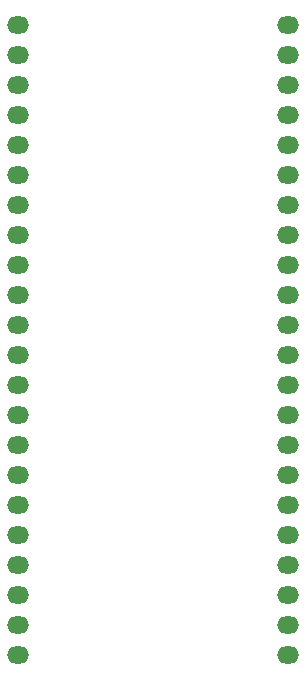
<source format=gbs>
G04*
G04 #@! TF.GenerationSoftware,Altium Limited,Altium Designer,24.2.2 (26)*
G04*
G04 Layer_Color=16711935*
%FSLAX25Y25*%
%MOIN*%
G70*
G04*
G04 #@! TF.SameCoordinates,A88BD47F-73B3-49E0-9FBC-4B96E2F328B5*
G04*
G04*
G04 #@! TF.FilePolarity,Negative*
G04*
G01*
G75*
%ADD48O,0.07299X0.05799*%
D48*
X194646Y313386D02*
D03*
Y493386D02*
D03*
X284646Y503386D02*
D03*
Y493386D02*
D03*
Y483386D02*
D03*
Y473386D02*
D03*
Y463386D02*
D03*
Y453386D02*
D03*
Y443386D02*
D03*
Y433386D02*
D03*
Y423386D02*
D03*
Y413386D02*
D03*
Y403386D02*
D03*
Y393386D02*
D03*
Y383386D02*
D03*
Y373386D02*
D03*
Y363386D02*
D03*
Y353386D02*
D03*
Y343386D02*
D03*
Y333386D02*
D03*
Y323386D02*
D03*
X194646Y443386D02*
D03*
Y433386D02*
D03*
Y423386D02*
D03*
Y413386D02*
D03*
Y403386D02*
D03*
Y393386D02*
D03*
X284646Y513386D02*
D03*
Y313386D02*
D03*
Y303386D02*
D03*
X194646Y513386D02*
D03*
Y503386D02*
D03*
Y483386D02*
D03*
Y473386D02*
D03*
Y463386D02*
D03*
Y453386D02*
D03*
Y383386D02*
D03*
Y373386D02*
D03*
Y363386D02*
D03*
Y353386D02*
D03*
Y343386D02*
D03*
Y333386D02*
D03*
Y323386D02*
D03*
Y303386D02*
D03*
M02*

</source>
